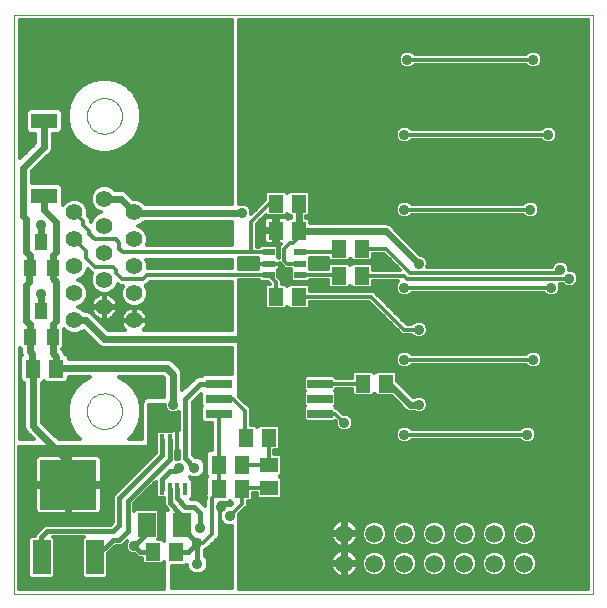
<source format=gbl>
G75*
%MOIN*%
%OFA0B0*%
%FSLAX24Y24*%
%IPPOS*%
%LPD*%
%AMOC8*
5,1,8,0,0,1.08239X$1,22.5*
%
%ADD10C,0.0000*%
%ADD11R,0.0512X0.0591*%
%ADD12R,0.0413X0.0236*%
%ADD13C,0.0554*%
%ADD14C,0.0594*%
%ADD15R,0.0850X0.0300*%
%ADD16R,0.0394X0.0551*%
%ADD17R,0.0850X0.0500*%
%ADD18R,0.0177X0.0394*%
%ADD19R,0.0591X0.0512*%
%ADD20R,0.0630X0.1181*%
%ADD21R,0.1900X0.1650*%
%ADD22R,0.0591X0.0787*%
%ADD23C,0.0120*%
%ADD24C,0.0356*%
%ADD25C,0.0240*%
%ADD26C,0.0160*%
D10*
X004062Y003000D02*
X004062Y022292D01*
X023353Y022292D01*
X023353Y003000D01*
X004062Y003000D01*
X006471Y009079D02*
X006473Y009127D01*
X006479Y009175D01*
X006489Y009222D01*
X006502Y009268D01*
X006520Y009313D01*
X006540Y009357D01*
X006565Y009399D01*
X006593Y009438D01*
X006623Y009475D01*
X006657Y009509D01*
X006694Y009541D01*
X006732Y009570D01*
X006773Y009595D01*
X006816Y009617D01*
X006861Y009635D01*
X006907Y009649D01*
X006954Y009660D01*
X007002Y009667D01*
X007050Y009670D01*
X007098Y009669D01*
X007146Y009664D01*
X007194Y009655D01*
X007240Y009643D01*
X007285Y009626D01*
X007329Y009606D01*
X007371Y009583D01*
X007411Y009556D01*
X007449Y009526D01*
X007484Y009493D01*
X007516Y009457D01*
X007546Y009419D01*
X007572Y009378D01*
X007594Y009335D01*
X007614Y009291D01*
X007629Y009246D01*
X007641Y009199D01*
X007649Y009151D01*
X007653Y009103D01*
X007653Y009055D01*
X007649Y009007D01*
X007641Y008959D01*
X007629Y008912D01*
X007614Y008867D01*
X007594Y008823D01*
X007572Y008780D01*
X007546Y008739D01*
X007516Y008701D01*
X007484Y008665D01*
X007449Y008632D01*
X007411Y008602D01*
X007371Y008575D01*
X007329Y008552D01*
X007285Y008532D01*
X007240Y008515D01*
X007194Y008503D01*
X007146Y008494D01*
X007098Y008489D01*
X007050Y008488D01*
X007002Y008491D01*
X006954Y008498D01*
X006907Y008509D01*
X006861Y008523D01*
X006816Y008541D01*
X006773Y008563D01*
X006732Y008588D01*
X006694Y008617D01*
X006657Y008649D01*
X006623Y008683D01*
X006593Y008720D01*
X006565Y008759D01*
X006540Y008801D01*
X006520Y008845D01*
X006502Y008890D01*
X006489Y008936D01*
X006479Y008983D01*
X006473Y009031D01*
X006471Y009079D01*
X006471Y018921D02*
X006473Y018969D01*
X006479Y019017D01*
X006489Y019064D01*
X006502Y019110D01*
X006520Y019155D01*
X006540Y019199D01*
X006565Y019241D01*
X006593Y019280D01*
X006623Y019317D01*
X006657Y019351D01*
X006694Y019383D01*
X006732Y019412D01*
X006773Y019437D01*
X006816Y019459D01*
X006861Y019477D01*
X006907Y019491D01*
X006954Y019502D01*
X007002Y019509D01*
X007050Y019512D01*
X007098Y019511D01*
X007146Y019506D01*
X007194Y019497D01*
X007240Y019485D01*
X007285Y019468D01*
X007329Y019448D01*
X007371Y019425D01*
X007411Y019398D01*
X007449Y019368D01*
X007484Y019335D01*
X007516Y019299D01*
X007546Y019261D01*
X007572Y019220D01*
X007594Y019177D01*
X007614Y019133D01*
X007629Y019088D01*
X007641Y019041D01*
X007649Y018993D01*
X007653Y018945D01*
X007653Y018897D01*
X007649Y018849D01*
X007641Y018801D01*
X007629Y018754D01*
X007614Y018709D01*
X007594Y018665D01*
X007572Y018622D01*
X007546Y018581D01*
X007516Y018543D01*
X007484Y018507D01*
X007449Y018474D01*
X007411Y018444D01*
X007371Y018417D01*
X007329Y018394D01*
X007285Y018374D01*
X007240Y018357D01*
X007194Y018345D01*
X007146Y018336D01*
X007098Y018331D01*
X007050Y018330D01*
X007002Y018333D01*
X006954Y018340D01*
X006907Y018351D01*
X006861Y018365D01*
X006816Y018383D01*
X006773Y018405D01*
X006732Y018430D01*
X006694Y018459D01*
X006657Y018491D01*
X006623Y018525D01*
X006593Y018562D01*
X006565Y018601D01*
X006540Y018643D01*
X006520Y018687D01*
X006502Y018732D01*
X006489Y018778D01*
X006479Y018825D01*
X006473Y018873D01*
X006471Y018921D01*
D11*
X012788Y016000D03*
X013536Y016000D03*
X013536Y015100D03*
X012788Y015100D03*
X014888Y014500D03*
X015636Y014500D03*
X015636Y013600D03*
X014888Y013600D03*
X013536Y012900D03*
X012788Y012900D03*
X015688Y010000D03*
X016436Y010000D03*
X012536Y008200D03*
X011788Y008200D03*
X011636Y007300D03*
X010888Y007300D03*
X010888Y006500D03*
X011636Y006500D03*
X009436Y004400D03*
X008688Y004400D03*
X005436Y010500D03*
X004688Y010500D03*
D12*
X012530Y013626D03*
X012530Y014000D03*
X012530Y014374D03*
X013593Y014374D03*
X013593Y014000D03*
X013593Y013626D03*
D13*
X008062Y013905D03*
X008062Y014805D03*
X008062Y015705D03*
X007062Y016155D03*
X007062Y015255D03*
X007062Y014355D03*
X007062Y013455D03*
X007062Y012555D03*
X008062Y013005D03*
X008062Y012105D03*
X006062Y012105D03*
X006062Y013005D03*
X006062Y013905D03*
X006062Y014805D03*
X006062Y015705D03*
D14*
X015062Y005000D03*
X015062Y004000D03*
X016062Y004000D03*
X017062Y004000D03*
X018062Y004000D03*
X018062Y005000D03*
X017062Y005000D03*
X016062Y005000D03*
X019062Y005000D03*
X019062Y004000D03*
X020062Y004000D03*
X021062Y004000D03*
X021062Y005000D03*
X020062Y005000D03*
D15*
X014242Y009000D03*
X014242Y009500D03*
X014242Y010000D03*
X010882Y010000D03*
X010882Y009500D03*
X010882Y009000D03*
D16*
X005336Y011567D03*
X004588Y011567D03*
X004962Y012433D03*
X005336Y013867D03*
X004588Y013867D03*
X004962Y014733D03*
D17*
X005062Y016252D03*
X005062Y018748D03*
D18*
X008978Y008107D03*
X009234Y008107D03*
X009490Y008107D03*
X009746Y008107D03*
X009746Y006493D03*
X009490Y006493D03*
X009234Y006493D03*
X008978Y006493D03*
D19*
X012562Y006526D03*
X012562Y007274D03*
D20*
X006760Y004210D03*
X004964Y004210D03*
D21*
X005862Y006625D03*
D22*
X008471Y005300D03*
X009652Y005300D03*
D23*
X009179Y005800D02*
X009062Y005800D01*
X009062Y004747D01*
X009062Y004747D01*
X008993Y004816D01*
X008845Y004816D01*
X008887Y004857D01*
X008887Y005744D01*
X008816Y005814D01*
X008126Y005814D01*
X008062Y005749D01*
X008062Y006017D01*
X008769Y006725D01*
X008769Y006247D01*
X008840Y006176D01*
X009034Y006176D01*
X009034Y005945D01*
X009179Y005800D01*
X009135Y005844D02*
X008062Y005844D01*
X008062Y005963D02*
X009034Y005963D01*
X009034Y006081D02*
X008126Y006081D01*
X008244Y006200D02*
X008816Y006200D01*
X008769Y006318D02*
X008363Y006318D01*
X008481Y006437D02*
X008769Y006437D01*
X008769Y006555D02*
X008600Y006555D01*
X008718Y006674D02*
X008769Y006674D01*
X008227Y007148D02*
X006972Y007148D01*
X006972Y007266D02*
X008345Y007266D01*
X008464Y007385D02*
X006972Y007385D01*
X006972Y007471D02*
X006961Y007512D01*
X006940Y007549D01*
X006910Y007578D01*
X006874Y007600D01*
X006833Y007610D01*
X005922Y007610D01*
X005922Y006685D01*
X006972Y006685D01*
X006972Y007471D01*
X006963Y007503D02*
X008582Y007503D01*
X008701Y007622D02*
X004222Y007622D01*
X004222Y007740D02*
X008778Y007740D01*
X008778Y007699D02*
X007479Y006400D01*
X007362Y006283D01*
X007362Y005383D01*
X007279Y005300D01*
X005079Y005300D01*
X004879Y005100D01*
X004762Y004983D01*
X004762Y004920D01*
X004600Y004920D01*
X004529Y004850D01*
X004529Y003569D01*
X004600Y003499D01*
X005329Y003499D01*
X005399Y003569D01*
X005399Y004850D01*
X005349Y004900D01*
X006375Y004900D01*
X006325Y004850D01*
X006325Y003569D01*
X006395Y003499D01*
X007124Y003499D01*
X007194Y003569D01*
X007194Y004362D01*
X007433Y004600D01*
X007645Y004600D01*
X007806Y004762D01*
X007764Y004660D01*
X007764Y004541D01*
X007809Y004431D01*
X007893Y004348D01*
X008003Y004302D01*
X008077Y004302D01*
X008179Y004200D01*
X008312Y004200D01*
X008312Y004055D01*
X008382Y003985D01*
X008993Y003985D01*
X009062Y004053D01*
X009062Y003160D01*
X004222Y003160D01*
X004222Y007900D01*
X008562Y007900D01*
X008562Y009300D01*
X009064Y009300D01*
X009064Y009241D01*
X009109Y009131D01*
X009193Y009048D01*
X009303Y009002D01*
X009421Y009002D01*
X009531Y009048D01*
X009546Y009063D01*
X009546Y008464D01*
X009490Y008464D01*
X009490Y008107D01*
X009490Y007750D01*
X009546Y007750D01*
X009546Y007498D01*
X009503Y007498D01*
X009434Y007470D01*
X009434Y007555D01*
X009434Y007750D01*
X009490Y007750D01*
X009490Y008107D01*
X009490Y008107D01*
X009490Y008107D01*
X009490Y008464D01*
X009380Y008464D01*
X009340Y008453D01*
X009303Y008432D01*
X009295Y008424D01*
X008840Y008424D01*
X008769Y008354D01*
X008769Y007861D01*
X008778Y007852D01*
X008778Y007699D01*
X008771Y007859D02*
X004222Y007859D01*
X004242Y008140D02*
X004242Y011186D01*
X004288Y011140D01*
X004288Y011015D01*
X004320Y010938D01*
X004252Y010870D01*
X004252Y010130D01*
X004357Y010025D01*
X004388Y010025D01*
X004388Y008515D01*
X004434Y008404D01*
X004518Y008320D01*
X004698Y008140D01*
X004242Y008140D01*
X004242Y008214D02*
X004624Y008214D01*
X004505Y008333D02*
X004242Y008333D01*
X004242Y008451D02*
X004414Y008451D01*
X004388Y008570D02*
X004242Y008570D01*
X004242Y008688D02*
X004388Y008688D01*
X004388Y008807D02*
X004242Y008807D01*
X004242Y008925D02*
X004388Y008925D01*
X004388Y009044D02*
X004242Y009044D01*
X004242Y009162D02*
X004388Y009162D01*
X004388Y009281D02*
X004242Y009281D01*
X004242Y009399D02*
X004388Y009399D01*
X004388Y009518D02*
X004242Y009518D01*
X004242Y009636D02*
X004388Y009636D01*
X004388Y009755D02*
X004242Y009755D01*
X004242Y009873D02*
X004388Y009873D01*
X004388Y009992D02*
X004242Y009992D01*
X004242Y010110D02*
X004272Y010110D01*
X004252Y010229D02*
X004242Y010229D01*
X004242Y010347D02*
X004252Y010347D01*
X004242Y010466D02*
X004252Y010466D01*
X004242Y010584D02*
X004252Y010584D01*
X004242Y010703D02*
X004252Y010703D01*
X004242Y010821D02*
X004252Y010821D01*
X004242Y010940D02*
X004319Y010940D01*
X004288Y011058D02*
X004242Y011058D01*
X004242Y011177D02*
X004251Y011177D01*
X004988Y010025D02*
X005018Y010025D01*
X005062Y010069D01*
X005105Y010025D01*
X005766Y010025D01*
X005872Y010130D01*
X005872Y010226D01*
X006591Y010226D01*
X006587Y010225D01*
X006307Y010063D01*
X006078Y009834D01*
X005916Y009554D01*
X005832Y009241D01*
X005832Y008917D01*
X005916Y008604D01*
X006078Y008324D01*
X006261Y008140D01*
X005546Y008140D01*
X004988Y008699D01*
X004988Y010025D01*
X004988Y009992D02*
X006235Y009992D01*
X006117Y009873D02*
X004988Y009873D01*
X004988Y009755D02*
X006032Y009755D01*
X005963Y009636D02*
X004988Y009636D01*
X004988Y009518D02*
X005906Y009518D01*
X005874Y009399D02*
X004988Y009399D01*
X004988Y009281D02*
X005843Y009281D01*
X005832Y009162D02*
X004988Y009162D01*
X004988Y009044D02*
X005832Y009044D01*
X005832Y008925D02*
X004988Y008925D01*
X004988Y008807D02*
X005861Y008807D01*
X005893Y008688D02*
X004998Y008688D01*
X005117Y008570D02*
X005936Y008570D01*
X006004Y008451D02*
X005235Y008451D01*
X005354Y008333D02*
X006072Y008333D01*
X006187Y008214D02*
X005472Y008214D01*
X005802Y007610D02*
X004891Y007610D01*
X004850Y007600D01*
X004814Y007578D01*
X004784Y007549D01*
X004763Y007512D01*
X004752Y007471D01*
X004752Y006685D01*
X005802Y006685D01*
X005802Y006565D01*
X005922Y006565D01*
X005922Y005640D01*
X006833Y005640D01*
X006874Y005651D01*
X006910Y005672D01*
X006940Y005702D01*
X006961Y005739D01*
X006972Y005779D01*
X006972Y006565D01*
X005922Y006565D01*
X005922Y006685D01*
X005802Y006685D01*
X005802Y007610D01*
X005802Y007503D02*
X005922Y007503D01*
X005922Y007385D02*
X005802Y007385D01*
X005802Y007266D02*
X005922Y007266D01*
X005922Y007148D02*
X005802Y007148D01*
X005802Y007029D02*
X005922Y007029D01*
X005922Y006911D02*
X005802Y006911D01*
X005802Y006792D02*
X005922Y006792D01*
X005965Y006728D02*
X005862Y006625D01*
X005922Y006674D02*
X007753Y006674D01*
X007871Y006792D02*
X006972Y006792D01*
X006972Y006911D02*
X007990Y006911D01*
X008108Y007029D02*
X006972Y007029D01*
X006972Y006555D02*
X007634Y006555D01*
X007516Y006437D02*
X006972Y006437D01*
X006972Y006318D02*
X007397Y006318D01*
X007362Y006200D02*
X006972Y006200D01*
X006972Y006081D02*
X007362Y006081D01*
X007362Y005963D02*
X006972Y005963D01*
X006972Y005844D02*
X007362Y005844D01*
X007362Y005726D02*
X006954Y005726D01*
X007362Y005607D02*
X004222Y005607D01*
X004222Y005489D02*
X007362Y005489D01*
X007349Y005370D02*
X004222Y005370D01*
X004222Y005252D02*
X005031Y005252D01*
X004912Y005133D02*
X004222Y005133D01*
X004222Y005015D02*
X004794Y005015D01*
X004576Y004896D02*
X004222Y004896D01*
X004222Y004778D02*
X004529Y004778D01*
X004529Y004659D02*
X004222Y004659D01*
X004222Y004541D02*
X004529Y004541D01*
X004529Y004422D02*
X004222Y004422D01*
X004222Y004304D02*
X004529Y004304D01*
X004529Y004185D02*
X004222Y004185D01*
X004222Y004067D02*
X004529Y004067D01*
X004529Y003948D02*
X004222Y003948D01*
X004222Y003830D02*
X004529Y003830D01*
X004529Y003711D02*
X004222Y003711D01*
X004222Y003593D02*
X004529Y003593D01*
X004222Y003474D02*
X009062Y003474D01*
X009062Y003356D02*
X004222Y003356D01*
X004222Y003237D02*
X009062Y003237D01*
X009302Y003237D02*
X011322Y003237D01*
X011322Y003180D02*
X009302Y003180D01*
X009302Y003925D01*
X009766Y003925D01*
X009804Y003962D01*
X009804Y003929D01*
X009858Y003797D01*
X009959Y003697D01*
X010091Y003642D01*
X010233Y003642D01*
X010365Y003697D01*
X010465Y003797D01*
X010520Y003929D01*
X010520Y004071D01*
X010465Y004203D01*
X010422Y004247D01*
X010422Y004454D01*
X010442Y004473D01*
X010498Y004497D01*
X010565Y004564D01*
X010865Y004864D01*
X010902Y004952D01*
X010902Y006025D01*
X011218Y006025D01*
X011262Y006069D01*
X011305Y006025D01*
X011322Y006025D01*
X011322Y006000D01*
X011281Y005958D01*
X011191Y005958D01*
X011059Y005904D01*
X010958Y005803D01*
X010904Y005671D01*
X010904Y005529D01*
X010958Y005397D01*
X011059Y005297D01*
X011191Y005242D01*
X011322Y005242D01*
X011322Y003180D01*
X011322Y003356D02*
X009302Y003356D01*
X009302Y003474D02*
X011322Y003474D01*
X011322Y003593D02*
X009302Y003593D01*
X009302Y003711D02*
X009944Y003711D01*
X009845Y003830D02*
X009302Y003830D01*
X009062Y003830D02*
X007194Y003830D01*
X007194Y003948D02*
X009062Y003948D01*
X009062Y004053D02*
X009062Y004053D01*
X009062Y003711D02*
X007194Y003711D01*
X007194Y003593D02*
X009062Y003593D01*
X009790Y003948D02*
X009804Y003948D01*
X010379Y003711D02*
X011322Y003711D01*
X011322Y003830D02*
X010479Y003830D01*
X010520Y003948D02*
X011322Y003948D01*
X011322Y004067D02*
X010520Y004067D01*
X010473Y004185D02*
X011322Y004185D01*
X011322Y004304D02*
X010422Y004304D01*
X010422Y004422D02*
X011322Y004422D01*
X011322Y004541D02*
X010542Y004541D01*
X010660Y004659D02*
X011322Y004659D01*
X011322Y004778D02*
X010779Y004778D01*
X010879Y004896D02*
X011322Y004896D01*
X011322Y005015D02*
X010902Y005015D01*
X010902Y005133D02*
X011322Y005133D01*
X011167Y005252D02*
X010902Y005252D01*
X010902Y005370D02*
X010985Y005370D01*
X010920Y005489D02*
X010902Y005489D01*
X010902Y005607D02*
X010904Y005607D01*
X010902Y005726D02*
X010926Y005726D01*
X010902Y005844D02*
X010999Y005844D01*
X010902Y005963D02*
X011285Y005963D01*
X011262Y005600D02*
X011662Y006000D01*
X011662Y006474D01*
X011636Y006500D01*
X011662Y006526D01*
X012562Y006526D01*
X012909Y006900D02*
X012977Y006969D01*
X012977Y007580D01*
X012907Y007650D01*
X012716Y007650D01*
X012716Y007785D01*
X012842Y007785D01*
X012912Y007855D01*
X012912Y008545D01*
X012842Y008616D01*
X012230Y008616D01*
X012162Y008547D01*
X012093Y008616D01*
X011942Y008616D01*
X011942Y009175D01*
X011836Y009280D01*
X011562Y009555D01*
X011562Y013446D01*
X012216Y013446D01*
X012274Y013388D01*
X012514Y013388D01*
X012587Y013316D01*
X012482Y013316D01*
X012412Y013245D01*
X012412Y012555D01*
X012482Y012485D01*
X013093Y012485D01*
X013162Y012553D01*
X013230Y012485D01*
X013842Y012485D01*
X013912Y012555D01*
X013912Y012720D01*
X015887Y012720D01*
X016882Y011726D01*
X016987Y011620D01*
X017294Y011620D01*
X017367Y011548D01*
X017477Y011502D01*
X017595Y011502D01*
X017705Y011548D01*
X017789Y011631D01*
X017834Y011741D01*
X017834Y011860D01*
X017789Y011969D01*
X017705Y012053D01*
X017595Y012098D01*
X017477Y012098D01*
X017367Y012053D01*
X017294Y011980D01*
X017136Y011980D01*
X016036Y013080D01*
X013912Y013080D01*
X013912Y013245D01*
X013842Y013316D01*
X013230Y013316D01*
X013162Y013247D01*
X013093Y013316D01*
X012968Y013316D01*
X012968Y013443D01*
X012857Y013554D01*
X012857Y013776D01*
X012865Y013784D01*
X012886Y013820D01*
X012897Y013861D01*
X012897Y014000D01*
X012530Y014000D01*
X012164Y014000D01*
X012164Y013861D01*
X012175Y013820D01*
X012183Y013806D01*
X011562Y013806D01*
X011562Y014194D01*
X012183Y014194D01*
X012175Y014180D01*
X012164Y014139D01*
X011562Y014139D01*
X011562Y014021D02*
X012164Y014021D01*
X012164Y014000D02*
X012530Y014000D01*
X012530Y014000D01*
X012530Y014000D01*
X012897Y014000D01*
X012897Y014010D01*
X012987Y013920D01*
X012987Y013920D01*
X013087Y013820D01*
X013279Y013820D01*
X013286Y013813D01*
X013267Y013794D01*
X013267Y013458D01*
X013337Y013388D01*
X013850Y013388D01*
X013908Y013446D01*
X014512Y013446D01*
X014512Y013255D01*
X014582Y013185D01*
X015193Y013185D01*
X015262Y013253D01*
X015330Y013185D01*
X015942Y013185D01*
X016012Y013255D01*
X016012Y013420D01*
X016860Y013420D01*
X016809Y013369D01*
X016764Y013260D01*
X016764Y013141D01*
X016809Y013031D01*
X016893Y012948D01*
X017003Y012902D01*
X017121Y012902D01*
X017231Y012948D01*
X017303Y013020D01*
X021720Y013020D01*
X021793Y012948D01*
X021903Y012902D01*
X022021Y012902D01*
X022131Y012948D01*
X022215Y013031D01*
X022260Y013141D01*
X022260Y013260D01*
X022235Y013320D01*
X022320Y013320D01*
X022393Y013248D01*
X022503Y013202D01*
X022621Y013202D01*
X022731Y013248D01*
X022815Y013331D01*
X022860Y013441D01*
X022860Y013560D01*
X022815Y013669D01*
X022731Y013753D01*
X022621Y013798D01*
X022560Y013798D01*
X022560Y013860D01*
X022515Y013969D01*
X022431Y014053D01*
X022321Y014098D01*
X022203Y014098D01*
X022093Y014053D01*
X022009Y013969D01*
X021972Y013880D01*
X017809Y013880D01*
X017834Y013941D01*
X017834Y014060D01*
X017789Y014169D01*
X017705Y014253D01*
X017595Y014298D01*
X017577Y014298D01*
X016572Y015304D01*
X016484Y015340D01*
X013912Y015340D01*
X013912Y015445D01*
X013842Y015516D01*
X013776Y015516D01*
X013776Y015585D01*
X013842Y015585D01*
X013912Y015655D01*
X013912Y016345D01*
X013842Y016416D01*
X013230Y016416D01*
X013162Y016347D01*
X013093Y016416D01*
X012482Y016416D01*
X012412Y016345D01*
X012412Y016105D01*
X011960Y015653D01*
X011960Y015760D01*
X011915Y015869D01*
X011831Y015953D01*
X011721Y015998D01*
X011603Y015998D01*
X011562Y015981D01*
X011562Y022132D01*
X023193Y022132D01*
X023193Y003160D01*
X011562Y003160D01*
X011562Y005646D01*
X011736Y005820D01*
X011842Y005926D01*
X011842Y006085D01*
X011942Y006085D01*
X012012Y006155D01*
X012012Y006346D01*
X012147Y006346D01*
X012147Y006221D01*
X012217Y006150D01*
X012907Y006150D01*
X012977Y006221D01*
X012977Y006832D01*
X012909Y006900D01*
X012919Y006911D02*
X023193Y006911D01*
X023193Y007029D02*
X012977Y007029D01*
X012977Y007148D02*
X023193Y007148D01*
X023193Y007266D02*
X012977Y007266D01*
X012977Y007385D02*
X023193Y007385D01*
X023193Y007503D02*
X012977Y007503D01*
X012935Y007622D02*
X023193Y007622D01*
X023193Y007740D02*
X012716Y007740D01*
X012912Y007859D02*
X023193Y007859D01*
X023193Y007977D02*
X012912Y007977D01*
X012912Y008096D02*
X016845Y008096D01*
X016809Y008131D02*
X016893Y008048D01*
X017003Y008002D01*
X017121Y008002D01*
X017231Y008048D01*
X017303Y008120D01*
X020920Y008120D01*
X020993Y008048D01*
X021103Y008002D01*
X021221Y008002D01*
X021331Y008048D01*
X021415Y008131D01*
X021460Y008241D01*
X021460Y008360D01*
X021415Y008469D01*
X021331Y008553D01*
X021221Y008598D01*
X021103Y008598D01*
X020993Y008553D01*
X020920Y008480D01*
X017303Y008480D01*
X017231Y008553D01*
X017121Y008598D01*
X017003Y008598D01*
X016893Y008553D01*
X016809Y008469D01*
X016764Y008360D01*
X016764Y008241D01*
X016809Y008131D01*
X016775Y008214D02*
X012912Y008214D01*
X012912Y008333D02*
X016764Y008333D01*
X016802Y008451D02*
X015234Y008451D01*
X015231Y008448D02*
X015315Y008531D01*
X015360Y008641D01*
X015360Y008760D01*
X015315Y008869D01*
X015231Y008953D01*
X015121Y008998D01*
X015018Y008998D01*
X014836Y009180D01*
X014787Y009180D01*
X014787Y009200D01*
X014737Y009250D01*
X014787Y009301D01*
X014787Y009700D01*
X014737Y009750D01*
X014787Y009801D01*
X014787Y009820D01*
X015312Y009820D01*
X015312Y009655D01*
X015382Y009585D01*
X015993Y009585D01*
X016062Y009653D01*
X016130Y009585D01*
X016638Y009585D01*
X017058Y009164D01*
X017126Y009097D01*
X017214Y009060D01*
X017354Y009060D01*
X017367Y009048D01*
X017477Y009002D01*
X017595Y009002D01*
X017705Y009048D01*
X017789Y009131D01*
X017834Y009241D01*
X017834Y009360D01*
X017789Y009469D01*
X017705Y009553D01*
X017595Y009598D01*
X017477Y009598D01*
X017367Y009553D01*
X017358Y009544D01*
X016812Y010090D01*
X016812Y010345D01*
X016742Y010416D01*
X016130Y010416D01*
X016062Y010347D01*
X015993Y010416D01*
X015382Y010416D01*
X015312Y010345D01*
X015312Y010180D01*
X014787Y010180D01*
X014787Y010200D01*
X014717Y010270D01*
X013767Y010270D01*
X013697Y010200D01*
X013697Y009801D01*
X013747Y009750D01*
X013697Y009700D01*
X013697Y009301D01*
X013747Y009250D01*
X013697Y009200D01*
X013697Y008801D01*
X013767Y008730D01*
X014717Y008730D01*
X014747Y008761D01*
X014764Y008744D01*
X014764Y008641D01*
X014809Y008531D01*
X014893Y008448D01*
X015003Y008402D01*
X015121Y008402D01*
X015231Y008448D01*
X015331Y008570D02*
X016934Y008570D01*
X017062Y008300D02*
X021162Y008300D01*
X021379Y008096D02*
X023193Y008096D01*
X023193Y008214D02*
X021449Y008214D01*
X021460Y008333D02*
X023193Y008333D01*
X023193Y008451D02*
X021422Y008451D01*
X021290Y008570D02*
X023193Y008570D01*
X023193Y008688D02*
X015360Y008688D01*
X015340Y008807D02*
X023193Y008807D01*
X023193Y008925D02*
X015258Y008925D01*
X015062Y008700D02*
X014762Y009000D01*
X014242Y009000D01*
X013697Y009044D02*
X011942Y009044D01*
X011942Y009162D02*
X013697Y009162D01*
X013717Y009281D02*
X011836Y009281D01*
X011717Y009399D02*
X013697Y009399D01*
X013697Y009518D02*
X011599Y009518D01*
X011562Y009636D02*
X013697Y009636D01*
X013743Y009755D02*
X011562Y009755D01*
X011562Y009873D02*
X013697Y009873D01*
X013697Y009992D02*
X011562Y009992D01*
X011562Y010110D02*
X013697Y010110D01*
X013726Y010229D02*
X011562Y010229D01*
X011562Y010347D02*
X015314Y010347D01*
X015312Y010229D02*
X014758Y010229D01*
X014741Y009755D02*
X015312Y009755D01*
X015331Y009636D02*
X014787Y009636D01*
X014787Y009518D02*
X016705Y009518D01*
X016823Y009399D02*
X014787Y009399D01*
X014767Y009281D02*
X016942Y009281D01*
X017060Y009162D02*
X014854Y009162D01*
X014973Y009044D02*
X017376Y009044D01*
X017696Y009044D02*
X023193Y009044D01*
X023193Y009162D02*
X017801Y009162D01*
X017834Y009281D02*
X023193Y009281D01*
X023193Y009399D02*
X017818Y009399D01*
X017740Y009518D02*
X023193Y009518D01*
X023193Y009636D02*
X017265Y009636D01*
X017147Y009755D02*
X023193Y009755D01*
X023193Y009873D02*
X017028Y009873D01*
X016910Y009992D02*
X023193Y009992D01*
X023193Y010110D02*
X016812Y010110D01*
X016812Y010229D02*
X023193Y010229D01*
X023193Y010347D02*
X016810Y010347D01*
X016893Y010548D02*
X017003Y010502D01*
X017121Y010502D01*
X017231Y010548D01*
X017303Y010620D01*
X021120Y010620D01*
X021193Y010548D01*
X021303Y010502D01*
X021421Y010502D01*
X021531Y010548D01*
X021615Y010631D01*
X021660Y010741D01*
X021660Y010860D01*
X021615Y010969D01*
X021531Y011053D01*
X021421Y011098D01*
X021303Y011098D01*
X021193Y011053D01*
X021120Y010980D01*
X017303Y010980D01*
X017231Y011053D01*
X017121Y011098D01*
X017003Y011098D01*
X016893Y011053D01*
X016809Y010969D01*
X016764Y010860D01*
X016764Y010741D01*
X016809Y010631D01*
X016893Y010548D01*
X016856Y010584D02*
X011562Y010584D01*
X011562Y010466D02*
X023193Y010466D01*
X023193Y010584D02*
X021567Y010584D01*
X021644Y010703D02*
X023193Y010703D01*
X023193Y010821D02*
X021660Y010821D01*
X021627Y010940D02*
X023193Y010940D01*
X023193Y011058D02*
X021518Y011058D01*
X021362Y010800D02*
X017062Y010800D01*
X017267Y010584D02*
X021156Y010584D01*
X021206Y011058D02*
X017218Y011058D01*
X016906Y011058D02*
X011562Y011058D01*
X011562Y010940D02*
X016797Y010940D01*
X016764Y010821D02*
X011562Y010821D01*
X011562Y010703D02*
X016780Y010703D01*
X016062Y010347D02*
X016062Y010347D01*
X015688Y010000D02*
X014242Y010000D01*
X013697Y008925D02*
X011942Y008925D01*
X011942Y008807D02*
X013697Y008807D01*
X012887Y008570D02*
X014793Y008570D01*
X014764Y008688D02*
X011942Y008688D01*
X012139Y008570D02*
X012185Y008570D01*
X011788Y008200D02*
X011762Y008226D01*
X011762Y009100D01*
X011362Y009500D01*
X010882Y009500D01*
X010882Y009000D02*
X010888Y008994D01*
X010888Y007300D01*
X010888Y006500D01*
X010762Y006374D01*
X010762Y006300D01*
X010662Y006200D01*
X010662Y005000D01*
X010362Y004700D01*
X010162Y004700D01*
X010422Y005908D02*
X010209Y006121D01*
X010114Y006160D01*
X009953Y006160D01*
X010014Y006222D01*
X010014Y006765D01*
X009909Y006870D01*
X009902Y006870D01*
X009902Y006879D01*
X009991Y006842D01*
X010133Y006842D01*
X010265Y006897D01*
X010365Y006997D01*
X010420Y007129D01*
X010420Y007271D01*
X010365Y007403D01*
X010265Y007504D01*
X010133Y007558D01*
X010071Y007558D01*
X010006Y007624D01*
X010006Y007827D01*
X010014Y007836D01*
X010014Y008379D01*
X010006Y008387D01*
X010006Y009376D01*
X010277Y009648D01*
X010277Y009276D01*
X010302Y009250D01*
X010277Y009225D01*
X010277Y008776D01*
X010382Y008670D01*
X010648Y008670D01*
X010648Y007776D01*
X010557Y007776D01*
X010452Y007670D01*
X010452Y006930D01*
X010482Y006900D01*
X010452Y006870D01*
X010452Y006321D01*
X010422Y006248D01*
X010422Y005908D01*
X010422Y005963D02*
X010367Y005963D01*
X010422Y006081D02*
X010249Y006081D01*
X010422Y006200D02*
X009992Y006200D01*
X010014Y006318D02*
X010451Y006318D01*
X010452Y006437D02*
X010014Y006437D01*
X010014Y006555D02*
X010452Y006555D01*
X010452Y006674D02*
X010014Y006674D01*
X009987Y006792D02*
X010452Y006792D01*
X010472Y006911D02*
X010279Y006911D01*
X010379Y007029D02*
X010452Y007029D01*
X010452Y007148D02*
X010420Y007148D01*
X010420Y007266D02*
X010452Y007266D01*
X010452Y007385D02*
X010373Y007385D01*
X010452Y007503D02*
X010265Y007503D01*
X010452Y007622D02*
X010008Y007622D01*
X010006Y007740D02*
X010522Y007740D01*
X010648Y007859D02*
X010014Y007859D01*
X010014Y007977D02*
X010648Y007977D01*
X010648Y008096D02*
X010014Y008096D01*
X010014Y008214D02*
X010648Y008214D01*
X010648Y008333D02*
X010014Y008333D01*
X010006Y008451D02*
X010648Y008451D01*
X010648Y008570D02*
X010006Y008570D01*
X010006Y008688D02*
X010364Y008688D01*
X010277Y008807D02*
X010006Y008807D01*
X010006Y008925D02*
X010277Y008925D01*
X010277Y009044D02*
X010006Y009044D01*
X010006Y009162D02*
X010277Y009162D01*
X010277Y009281D02*
X010006Y009281D01*
X010029Y009399D02*
X010277Y009399D01*
X010277Y009518D02*
X010147Y009518D01*
X010266Y009636D02*
X010277Y009636D01*
X009886Y009992D02*
X009662Y009992D01*
X009662Y010110D02*
X010004Y010110D01*
X010115Y010221D02*
X009662Y009768D01*
X009662Y010360D01*
X009616Y010470D01*
X009532Y010555D01*
X009306Y010781D01*
X009196Y010826D01*
X005872Y010826D01*
X005872Y010870D01*
X005766Y010976D01*
X005755Y010976D01*
X005716Y011070D01*
X005641Y011145D01*
X005713Y011217D01*
X005713Y011807D01*
X005803Y011717D01*
X005971Y011647D01*
X006153Y011647D01*
X006321Y011717D01*
X006371Y011767D01*
X006808Y011330D01*
X006892Y011246D01*
X007002Y011200D01*
X011322Y011200D01*
X011322Y010330D01*
X010382Y010330D01*
X010312Y010260D01*
X010210Y010260D01*
X010115Y010221D01*
X010134Y010229D02*
X009662Y010229D01*
X009662Y010347D02*
X011322Y010347D01*
X011322Y010466D02*
X009618Y010466D01*
X009502Y010584D02*
X011322Y010584D01*
X011322Y010703D02*
X009384Y010703D01*
X009208Y010821D02*
X011322Y010821D01*
X011322Y010940D02*
X005802Y010940D01*
X005721Y011058D02*
X011322Y011058D01*
X011322Y011177D02*
X005672Y011177D01*
X005713Y011295D02*
X006843Y011295D01*
X006724Y011414D02*
X005713Y011414D01*
X005713Y011532D02*
X006606Y011532D01*
X006487Y011651D02*
X006161Y011651D01*
X005963Y011651D02*
X005713Y011651D01*
X005713Y011769D02*
X005751Y011769D01*
X006170Y012555D02*
X006321Y012617D01*
X006449Y012746D01*
X006519Y012914D01*
X006519Y013096D01*
X006449Y013264D01*
X006321Y013392D01*
X006170Y013455D01*
X006321Y013517D01*
X006449Y013646D01*
X006516Y013807D01*
X006626Y013697D01*
X006661Y013682D01*
X006605Y013546D01*
X006605Y013364D01*
X006674Y013196D01*
X006803Y013067D01*
X006971Y012997D01*
X007153Y012997D01*
X007321Y013067D01*
X007449Y013196D01*
X007501Y013321D01*
X007526Y013297D01*
X007614Y013260D01*
X007673Y013260D01*
X007605Y013096D01*
X007605Y012914D01*
X007674Y012746D01*
X007803Y012617D01*
X007971Y012547D01*
X008153Y012547D01*
X008321Y012617D01*
X008449Y012746D01*
X008519Y012914D01*
X008519Y013096D01*
X008449Y013264D01*
X008440Y013273D01*
X008498Y013297D01*
X008565Y013364D01*
X008587Y013386D01*
X011322Y013386D01*
X011322Y011800D01*
X008376Y011800D01*
X008395Y011820D01*
X008436Y011875D01*
X008467Y011937D01*
X008488Y012002D01*
X008499Y012070D01*
X008499Y012076D01*
X008090Y012076D01*
X008090Y012133D01*
X008033Y012133D01*
X008033Y012076D01*
X007625Y012076D01*
X007625Y012070D01*
X007635Y012002D01*
X007657Y011937D01*
X007688Y011875D01*
X007728Y011820D01*
X007748Y011800D01*
X007186Y011800D01*
X006627Y012359D01*
X006517Y012405D01*
X006408Y012405D01*
X006321Y012492D01*
X006170Y012555D01*
X006277Y012599D02*
X006626Y012599D01*
X006625Y012589D02*
X006625Y012583D01*
X007033Y012583D01*
X007033Y012526D01*
X006625Y012526D01*
X006625Y012520D01*
X006635Y012452D01*
X006657Y012387D01*
X006688Y012325D01*
X006728Y012270D01*
X006777Y012221D01*
X006833Y012181D01*
X006894Y012149D01*
X006960Y012128D01*
X007027Y012117D01*
X007033Y012117D01*
X007033Y012526D01*
X007090Y012526D01*
X007090Y012117D01*
X007096Y012117D01*
X007164Y012128D01*
X007230Y012149D01*
X007291Y012181D01*
X007347Y012221D01*
X007395Y012270D01*
X007436Y012325D01*
X007467Y012387D01*
X007488Y012452D01*
X007499Y012520D01*
X007499Y012526D01*
X007090Y012526D01*
X007090Y012583D01*
X007033Y012583D01*
X007033Y012992D01*
X007027Y012992D01*
X006960Y012981D01*
X006894Y012960D01*
X006833Y012928D01*
X006777Y012888D01*
X006728Y012839D01*
X006688Y012784D01*
X006657Y012722D01*
X006635Y012657D01*
X006625Y012589D01*
X006631Y012480D02*
X006333Y012480D01*
X006421Y012717D02*
X006655Y012717D01*
X006726Y012836D02*
X006487Y012836D01*
X006519Y012954D02*
X006883Y012954D01*
X006797Y013073D02*
X006519Y013073D01*
X006479Y013191D02*
X006679Y013191D01*
X006627Y013310D02*
X006403Y013310D01*
X006234Y013428D02*
X006605Y013428D01*
X006605Y013547D02*
X006351Y013547D01*
X006458Y013665D02*
X006654Y013665D01*
X006539Y013784D02*
X006507Y013784D01*
X006762Y013900D02*
X006462Y014200D01*
X006462Y014405D01*
X006062Y014805D01*
X006562Y015000D02*
X006562Y015100D01*
X006362Y015300D01*
X006362Y015405D01*
X006062Y015705D01*
X005746Y016035D02*
X005667Y016035D01*
X005674Y015964D02*
X005667Y015946D01*
X005667Y016577D01*
X005562Y016682D01*
X004662Y016682D01*
X004662Y017076D01*
X005232Y017646D01*
X005316Y017730D01*
X005362Y017841D01*
X005362Y018318D01*
X005562Y018318D01*
X005667Y018424D01*
X005667Y019073D01*
X005562Y019178D01*
X004562Y019178D01*
X004457Y019073D01*
X004457Y018424D01*
X004562Y018318D01*
X004762Y018318D01*
X004762Y018025D01*
X004242Y017504D01*
X004242Y022112D01*
X011322Y022112D01*
X011322Y016000D01*
X008413Y016000D01*
X008321Y016092D01*
X008153Y016162D01*
X008025Y016162D01*
X007777Y016409D01*
X007667Y016455D01*
X007408Y016455D01*
X007321Y016542D01*
X007153Y016612D01*
X006971Y016612D01*
X006803Y016542D01*
X006674Y016414D01*
X006605Y016246D01*
X006605Y016064D01*
X006674Y015896D01*
X006803Y015767D01*
X006954Y015705D01*
X006803Y015642D01*
X006674Y015514D01*
X006620Y015382D01*
X006602Y015400D01*
X006602Y015452D01*
X006565Y015541D01*
X006511Y015595D01*
X006519Y015614D01*
X006519Y015796D01*
X006449Y015964D01*
X006321Y016092D01*
X006153Y016162D01*
X005971Y016162D01*
X005803Y016092D01*
X005674Y015964D01*
X005667Y016154D02*
X005952Y016154D01*
X006172Y016154D02*
X006605Y016154D01*
X006616Y016272D02*
X005667Y016272D01*
X005667Y016391D02*
X006665Y016391D01*
X006770Y016509D02*
X005667Y016509D01*
X005616Y016628D02*
X011322Y016628D01*
X011322Y016746D02*
X004662Y016746D01*
X004662Y016865D02*
X011322Y016865D01*
X011322Y016983D02*
X004662Y016983D01*
X004688Y017102D02*
X011322Y017102D01*
X011322Y017220D02*
X004806Y017220D01*
X004925Y017339D02*
X011322Y017339D01*
X011322Y017457D02*
X005043Y017457D01*
X005162Y017576D02*
X011322Y017576D01*
X011322Y017694D02*
X007234Y017694D01*
X007224Y017691D02*
X007537Y017775D01*
X007817Y017937D01*
X008046Y018166D01*
X008208Y018447D01*
X008292Y018760D01*
X008292Y019083D01*
X008208Y019396D01*
X008046Y019677D01*
X007817Y019906D01*
X007537Y020068D01*
X007224Y020151D01*
X006900Y020151D01*
X006587Y020068D01*
X006307Y019906D01*
X006078Y019677D01*
X005916Y019396D01*
X005832Y019083D01*
X005832Y018760D01*
X005916Y018447D01*
X006078Y018166D01*
X006307Y017937D01*
X006587Y017775D01*
X006900Y017691D01*
X007224Y017691D01*
X006890Y017694D02*
X005280Y017694D01*
X005350Y017813D02*
X006522Y017813D01*
X006317Y017931D02*
X005362Y017931D01*
X005362Y018050D02*
X006194Y018050D01*
X006076Y018168D02*
X005362Y018168D01*
X005362Y018287D02*
X006008Y018287D01*
X005940Y018405D02*
X005649Y018405D01*
X005667Y018524D02*
X005895Y018524D01*
X005863Y018642D02*
X005667Y018642D01*
X005667Y018761D02*
X005832Y018761D01*
X005832Y018879D02*
X005667Y018879D01*
X005667Y018998D02*
X005832Y018998D01*
X005841Y019116D02*
X005624Y019116D01*
X005872Y019235D02*
X004242Y019235D01*
X004242Y019353D02*
X005904Y019353D01*
X005959Y019472D02*
X004242Y019472D01*
X004242Y019590D02*
X006028Y019590D01*
X006110Y019709D02*
X004242Y019709D01*
X004242Y019827D02*
X006228Y019827D01*
X006376Y019946D02*
X004242Y019946D01*
X004242Y020064D02*
X006581Y020064D01*
X007543Y020064D02*
X011322Y020064D01*
X011322Y019946D02*
X007748Y019946D01*
X007896Y019827D02*
X011322Y019827D01*
X011322Y019709D02*
X008014Y019709D01*
X008096Y019590D02*
X011322Y019590D01*
X011322Y019472D02*
X008164Y019472D01*
X008220Y019353D02*
X011322Y019353D01*
X011322Y019235D02*
X008251Y019235D01*
X008283Y019116D02*
X011322Y019116D01*
X011322Y018998D02*
X008292Y018998D01*
X008292Y018879D02*
X011322Y018879D01*
X011322Y018761D02*
X008292Y018761D01*
X008260Y018642D02*
X011322Y018642D01*
X011322Y018524D02*
X008229Y018524D01*
X008184Y018405D02*
X011322Y018405D01*
X011322Y018287D02*
X008116Y018287D01*
X008047Y018168D02*
X011322Y018168D01*
X011322Y018050D02*
X007930Y018050D01*
X007807Y017931D02*
X011322Y017931D01*
X011322Y017813D02*
X007602Y017813D01*
X007354Y016509D02*
X011322Y016509D01*
X011322Y016391D02*
X007796Y016391D01*
X007914Y016272D02*
X011322Y016272D01*
X011322Y016154D02*
X008172Y016154D01*
X008378Y016035D02*
X011322Y016035D01*
X011562Y016035D02*
X012342Y016035D01*
X012412Y016154D02*
X011562Y016154D01*
X011562Y016272D02*
X012412Y016272D01*
X012458Y016391D02*
X011562Y016391D01*
X011562Y016509D02*
X023193Y016509D01*
X023193Y016391D02*
X013866Y016391D01*
X013912Y016272D02*
X023193Y016272D01*
X023193Y016154D02*
X013912Y016154D01*
X013912Y016035D02*
X016875Y016035D01*
X016893Y016053D02*
X016809Y015969D01*
X016764Y015860D01*
X016764Y015741D01*
X016809Y015631D01*
X016893Y015548D01*
X017003Y015502D01*
X017121Y015502D01*
X017231Y015548D01*
X017303Y015620D01*
X021020Y015620D01*
X021093Y015548D01*
X021203Y015502D01*
X021321Y015502D01*
X021431Y015548D01*
X021515Y015631D01*
X021560Y015741D01*
X021560Y015860D01*
X021515Y015969D01*
X021431Y016053D01*
X021321Y016098D01*
X021203Y016098D01*
X021093Y016053D01*
X021020Y015980D01*
X017303Y015980D01*
X017231Y016053D01*
X017121Y016098D01*
X017003Y016098D01*
X016893Y016053D01*
X016787Y015917D02*
X013912Y015917D01*
X013912Y015798D02*
X016764Y015798D01*
X016789Y015680D02*
X013912Y015680D01*
X013776Y015561D02*
X016879Y015561D01*
X017062Y015800D02*
X021262Y015800D01*
X021535Y015680D02*
X023193Y015680D01*
X023193Y015798D02*
X021560Y015798D01*
X021536Y015917D02*
X023193Y015917D01*
X023193Y016035D02*
X021448Y016035D01*
X021075Y016035D02*
X017248Y016035D01*
X017245Y015561D02*
X021079Y015561D01*
X021445Y015561D02*
X023193Y015561D01*
X023193Y015443D02*
X013912Y015443D01*
X013536Y015100D02*
X013536Y014874D01*
X013362Y014700D01*
X013262Y014700D01*
X013062Y014500D01*
X013062Y014100D01*
X013162Y014000D01*
X013593Y014000D01*
X013593Y013626D02*
X014862Y013626D01*
X014888Y013600D01*
X015262Y013947D02*
X015193Y014016D01*
X014582Y014016D01*
X014512Y013945D01*
X014512Y013806D01*
X013908Y013806D01*
X013901Y013813D01*
X013920Y013832D01*
X013920Y014168D01*
X013901Y014187D01*
X013908Y014194D01*
X014512Y014194D01*
X014512Y014155D01*
X014582Y014085D01*
X015193Y014085D01*
X015262Y014153D01*
X015330Y014085D01*
X015942Y014085D01*
X016012Y014155D01*
X016012Y014320D01*
X016387Y014320D01*
X016927Y013780D01*
X016012Y013780D01*
X016012Y013945D01*
X015942Y014016D01*
X015330Y014016D01*
X015262Y013947D01*
X015248Y014139D02*
X015276Y014139D01*
X014888Y014500D02*
X014762Y014374D01*
X013593Y014374D01*
X013920Y014139D02*
X014528Y014139D01*
X014512Y013902D02*
X013920Y013902D01*
X013920Y014021D02*
X016687Y014021D01*
X016568Y014139D02*
X015996Y014139D01*
X016012Y014258D02*
X016450Y014258D01*
X016462Y014500D02*
X017262Y013700D01*
X022162Y013700D01*
X022262Y013800D01*
X022542Y013902D02*
X023193Y013902D01*
X023193Y013784D02*
X022656Y013784D01*
X022816Y013665D02*
X023193Y013665D01*
X023193Y013547D02*
X022860Y013547D01*
X022855Y013428D02*
X023193Y013428D01*
X023193Y013310D02*
X022793Y013310D01*
X022562Y013500D02*
X017162Y013500D01*
X017062Y013600D01*
X015636Y013600D01*
X016012Y013784D02*
X016924Y013784D01*
X016805Y013902D02*
X016012Y013902D01*
X015636Y014500D02*
X016462Y014500D01*
X016907Y014969D02*
X023193Y014969D01*
X023193Y015087D02*
X016788Y015087D01*
X016670Y015206D02*
X023193Y015206D01*
X023193Y015324D02*
X016522Y015324D01*
X017025Y014850D02*
X023193Y014850D01*
X023193Y014732D02*
X017144Y014732D01*
X017262Y014613D02*
X023193Y014613D01*
X023193Y014495D02*
X017381Y014495D01*
X017499Y014376D02*
X023193Y014376D01*
X023193Y014258D02*
X017693Y014258D01*
X017801Y014139D02*
X023193Y014139D01*
X023193Y014021D02*
X022463Y014021D01*
X022061Y014021D02*
X017834Y014021D01*
X017818Y013902D02*
X021981Y013902D01*
X022239Y013310D02*
X022331Y013310D01*
X022260Y013191D02*
X023193Y013191D01*
X023193Y013073D02*
X022232Y013073D01*
X022138Y012954D02*
X023193Y012954D01*
X023193Y012836D02*
X016281Y012836D01*
X016162Y012954D02*
X016886Y012954D01*
X016792Y013073D02*
X016044Y013073D01*
X015948Y013191D02*
X016764Y013191D01*
X016785Y013310D02*
X016012Y013310D01*
X015962Y012900D02*
X017062Y011800D01*
X017536Y011800D01*
X017751Y012006D02*
X023193Y012006D01*
X023193Y011888D02*
X017822Y011888D01*
X017834Y011769D02*
X023193Y011769D01*
X023193Y011651D02*
X017797Y011651D01*
X017668Y011532D02*
X023193Y011532D01*
X023193Y011414D02*
X011562Y011414D01*
X011562Y011532D02*
X017404Y011532D01*
X016957Y011651D02*
X011562Y011651D01*
X011562Y011769D02*
X016838Y011769D01*
X016720Y011888D02*
X011562Y011888D01*
X011562Y012006D02*
X016601Y012006D01*
X016483Y012125D02*
X011562Y012125D01*
X011562Y012243D02*
X016364Y012243D01*
X016246Y012362D02*
X011562Y012362D01*
X011562Y012480D02*
X016127Y012480D01*
X016009Y012599D02*
X013912Y012599D01*
X013912Y012717D02*
X015890Y012717D01*
X015962Y012900D02*
X013536Y012900D01*
X013847Y013310D02*
X014512Y013310D01*
X014512Y013428D02*
X013890Y013428D01*
X013912Y013191D02*
X014576Y013191D01*
X015200Y013191D02*
X015324Y013191D01*
X016399Y012717D02*
X023193Y012717D01*
X023193Y012599D02*
X016518Y012599D01*
X016636Y012480D02*
X023193Y012480D01*
X023193Y012362D02*
X016755Y012362D01*
X016873Y012243D02*
X023193Y012243D01*
X023193Y012125D02*
X016992Y012125D01*
X017110Y012006D02*
X017320Y012006D01*
X017238Y012954D02*
X021786Y012954D01*
X021962Y013200D02*
X017062Y013200D01*
X016079Y009636D02*
X016045Y009636D01*
X017190Y008570D02*
X021034Y008570D01*
X020945Y008096D02*
X017279Y008096D01*
X014889Y008451D02*
X012912Y008451D01*
X012536Y008200D02*
X012536Y007300D01*
X012562Y007274D01*
X011662Y007274D01*
X011636Y007300D01*
X012012Y006318D02*
X012147Y006318D01*
X012167Y006200D02*
X012012Y006200D01*
X011842Y006081D02*
X023193Y006081D01*
X023193Y005963D02*
X011842Y005963D01*
X011760Y005844D02*
X023193Y005844D01*
X023193Y005726D02*
X011642Y005726D01*
X011562Y005607D02*
X023193Y005607D01*
X023193Y005489D02*
X011562Y005489D01*
X011562Y005370D02*
X014794Y005370D01*
X014822Y005391D02*
X014764Y005349D01*
X014713Y005298D01*
X014671Y005240D01*
X014639Y005176D01*
X014616Y005107D01*
X014605Y005039D01*
X015023Y005039D01*
X015023Y004962D01*
X014605Y004962D01*
X014616Y004893D01*
X014639Y004825D01*
X014671Y004761D01*
X014713Y004703D01*
X014764Y004652D01*
X014822Y004610D01*
X014887Y004577D01*
X014955Y004555D01*
X015023Y004544D01*
X015023Y004962D01*
X015100Y004962D01*
X015100Y004544D01*
X015169Y004555D01*
X015237Y004577D01*
X015301Y004610D01*
X015360Y004652D01*
X015410Y004703D01*
X015453Y004761D01*
X015485Y004825D01*
X015507Y004893D01*
X015518Y004962D01*
X015100Y004962D01*
X015100Y005039D01*
X015023Y005039D01*
X015023Y005457D01*
X014955Y005446D01*
X014887Y005424D01*
X014822Y005391D01*
X014680Y005252D02*
X011562Y005252D01*
X011562Y005133D02*
X014625Y005133D01*
X014616Y004896D02*
X011562Y004896D01*
X011562Y004778D02*
X014663Y004778D01*
X014757Y004659D02*
X011562Y004659D01*
X011562Y004541D02*
X023193Y004541D01*
X023193Y004659D02*
X021310Y004659D01*
X021298Y004647D02*
X021415Y004764D01*
X021479Y004917D01*
X021479Y005083D01*
X021415Y005236D01*
X021298Y005354D01*
X021145Y005417D01*
X020979Y005417D01*
X020826Y005354D01*
X020709Y005236D01*
X020645Y005083D01*
X020645Y004917D01*
X020709Y004764D01*
X020826Y004647D01*
X020979Y004583D01*
X021145Y004583D01*
X021298Y004647D01*
X021421Y004778D02*
X023193Y004778D01*
X023193Y004896D02*
X021470Y004896D01*
X021479Y005015D02*
X023193Y005015D01*
X023193Y005133D02*
X021458Y005133D01*
X021400Y005252D02*
X023193Y005252D01*
X023193Y005370D02*
X021258Y005370D01*
X020866Y005370D02*
X020258Y005370D01*
X020298Y005354D02*
X020145Y005417D01*
X019979Y005417D01*
X019826Y005354D01*
X019709Y005236D01*
X019645Y005083D01*
X019645Y004917D01*
X019709Y004764D01*
X019826Y004647D01*
X019979Y004583D01*
X020145Y004583D01*
X020298Y004647D01*
X020415Y004764D01*
X020479Y004917D01*
X020479Y005083D01*
X020415Y005236D01*
X020298Y005354D01*
X020400Y005252D02*
X020724Y005252D01*
X020666Y005133D02*
X020458Y005133D01*
X020479Y005015D02*
X020645Y005015D01*
X020654Y004896D02*
X020470Y004896D01*
X020421Y004778D02*
X020703Y004778D01*
X020813Y004659D02*
X020310Y004659D01*
X020145Y004417D02*
X019979Y004417D01*
X019826Y004354D01*
X019709Y004236D01*
X019645Y004083D01*
X019645Y003917D01*
X019709Y003764D01*
X019826Y003647D01*
X019979Y003583D01*
X020145Y003583D01*
X020298Y003647D01*
X020415Y003764D01*
X020479Y003917D01*
X020479Y004083D01*
X020415Y004236D01*
X020298Y004354D01*
X020145Y004417D01*
X020348Y004304D02*
X020776Y004304D01*
X020826Y004354D02*
X020709Y004236D01*
X020645Y004083D01*
X020645Y003917D01*
X020709Y003764D01*
X020826Y003647D01*
X020979Y003583D01*
X021145Y003583D01*
X021298Y003647D01*
X021415Y003764D01*
X021479Y003917D01*
X021479Y004083D01*
X021415Y004236D01*
X021298Y004354D01*
X021145Y004417D01*
X020979Y004417D01*
X020826Y004354D01*
X020687Y004185D02*
X020436Y004185D01*
X020479Y004067D02*
X020645Y004067D01*
X020645Y003948D02*
X020479Y003948D01*
X020442Y003830D02*
X020681Y003830D01*
X020761Y003711D02*
X020362Y003711D01*
X020167Y003593D02*
X020956Y003593D01*
X021167Y003593D02*
X023193Y003593D01*
X023193Y003711D02*
X021362Y003711D01*
X021442Y003830D02*
X023193Y003830D01*
X023193Y003948D02*
X021479Y003948D01*
X021479Y004067D02*
X023193Y004067D01*
X023193Y004185D02*
X021436Y004185D01*
X021348Y004304D02*
X023193Y004304D01*
X023193Y004422D02*
X015240Y004422D01*
X015237Y004424D02*
X015169Y004446D01*
X015100Y004457D01*
X015100Y004039D01*
X015023Y004039D01*
X015023Y003962D01*
X014605Y003962D01*
X014616Y003893D01*
X014639Y003825D01*
X014671Y003761D01*
X014713Y003703D01*
X014764Y003652D01*
X014822Y003610D01*
X014887Y003577D01*
X014955Y003555D01*
X015023Y003544D01*
X015023Y003962D01*
X015100Y003962D01*
X015100Y003544D01*
X015169Y003555D01*
X015237Y003577D01*
X015301Y003610D01*
X015360Y003652D01*
X015410Y003703D01*
X015453Y003761D01*
X015485Y003825D01*
X015507Y003893D01*
X015518Y003962D01*
X015100Y003962D01*
X015100Y004039D01*
X015518Y004039D01*
X015507Y004107D01*
X015485Y004176D01*
X015453Y004240D01*
X015410Y004298D01*
X015360Y004349D01*
X015301Y004391D01*
X015237Y004424D01*
X015100Y004422D02*
X015023Y004422D01*
X015023Y004457D02*
X014955Y004446D01*
X014887Y004424D01*
X014822Y004391D01*
X014764Y004349D01*
X014713Y004298D01*
X014671Y004240D01*
X014639Y004176D01*
X014616Y004107D01*
X014605Y004039D01*
X015023Y004039D01*
X015023Y004457D01*
X014884Y004422D02*
X011562Y004422D01*
X011562Y004304D02*
X014719Y004304D01*
X014643Y004185D02*
X011562Y004185D01*
X011562Y004067D02*
X014610Y004067D01*
X014608Y003948D02*
X011562Y003948D01*
X011562Y003830D02*
X014637Y003830D01*
X014707Y003711D02*
X011562Y003711D01*
X011562Y003593D02*
X014855Y003593D01*
X015023Y003593D02*
X015100Y003593D01*
X015100Y003711D02*
X015023Y003711D01*
X015023Y003830D02*
X015100Y003830D01*
X015100Y003948D02*
X015023Y003948D01*
X015023Y004067D02*
X015100Y004067D01*
X015100Y004185D02*
X015023Y004185D01*
X015023Y004304D02*
X015100Y004304D01*
X015404Y004304D02*
X015776Y004304D01*
X015826Y004354D02*
X015709Y004236D01*
X015645Y004083D01*
X015645Y003917D01*
X015709Y003764D01*
X015826Y003647D01*
X015979Y003583D01*
X016145Y003583D01*
X016298Y003647D01*
X016415Y003764D01*
X016479Y003917D01*
X016479Y004083D01*
X016415Y004236D01*
X016298Y004354D01*
X016145Y004417D01*
X015979Y004417D01*
X015826Y004354D01*
X015687Y004185D02*
X015480Y004185D01*
X015514Y004067D02*
X015645Y004067D01*
X015645Y003948D02*
X015516Y003948D01*
X015487Y003830D02*
X015681Y003830D01*
X015761Y003711D02*
X015417Y003711D01*
X015268Y003593D02*
X015956Y003593D01*
X016167Y003593D02*
X016956Y003593D01*
X016979Y003583D02*
X017145Y003583D01*
X017298Y003647D01*
X017415Y003764D01*
X017479Y003917D01*
X017479Y004083D01*
X017415Y004236D01*
X017298Y004354D01*
X017145Y004417D01*
X016979Y004417D01*
X016826Y004354D01*
X016709Y004236D01*
X016645Y004083D01*
X016645Y003917D01*
X016709Y003764D01*
X016826Y003647D01*
X016979Y003583D01*
X017167Y003593D02*
X017956Y003593D01*
X017979Y003583D02*
X018145Y003583D01*
X018298Y003647D01*
X018415Y003764D01*
X018479Y003917D01*
X018479Y004083D01*
X018415Y004236D01*
X018298Y004354D01*
X018145Y004417D01*
X017979Y004417D01*
X017826Y004354D01*
X017709Y004236D01*
X017645Y004083D01*
X017645Y003917D01*
X017709Y003764D01*
X017826Y003647D01*
X017979Y003583D01*
X018167Y003593D02*
X018956Y003593D01*
X018979Y003583D02*
X019145Y003583D01*
X019298Y003647D01*
X019415Y003764D01*
X019479Y003917D01*
X019479Y004083D01*
X019415Y004236D01*
X019298Y004354D01*
X019145Y004417D01*
X018979Y004417D01*
X018826Y004354D01*
X018709Y004236D01*
X018645Y004083D01*
X018645Y003917D01*
X018709Y003764D01*
X018826Y003647D01*
X018979Y003583D01*
X019167Y003593D02*
X019956Y003593D01*
X019761Y003711D02*
X019362Y003711D01*
X019442Y003830D02*
X019681Y003830D01*
X019645Y003948D02*
X019479Y003948D01*
X019479Y004067D02*
X019645Y004067D01*
X019687Y004185D02*
X019436Y004185D01*
X019348Y004304D02*
X019776Y004304D01*
X019813Y004659D02*
X019310Y004659D01*
X019298Y004647D02*
X019415Y004764D01*
X019479Y004917D01*
X019479Y005083D01*
X019415Y005236D01*
X019298Y005354D01*
X019145Y005417D01*
X018979Y005417D01*
X018826Y005354D01*
X018709Y005236D01*
X018645Y005083D01*
X018645Y004917D01*
X018709Y004764D01*
X018826Y004647D01*
X018979Y004583D01*
X019145Y004583D01*
X019298Y004647D01*
X019421Y004778D02*
X019703Y004778D01*
X019654Y004896D02*
X019470Y004896D01*
X019479Y005015D02*
X019645Y005015D01*
X019666Y005133D02*
X019458Y005133D01*
X019400Y005252D02*
X019724Y005252D01*
X019866Y005370D02*
X019258Y005370D01*
X018866Y005370D02*
X018258Y005370D01*
X018298Y005354D02*
X018145Y005417D01*
X017979Y005417D01*
X017826Y005354D01*
X017709Y005236D01*
X017645Y005083D01*
X017645Y004917D01*
X017709Y004764D01*
X017826Y004647D01*
X017979Y004583D01*
X018145Y004583D01*
X018298Y004647D01*
X018415Y004764D01*
X018479Y004917D01*
X018479Y005083D01*
X018415Y005236D01*
X018298Y005354D01*
X018400Y005252D02*
X018724Y005252D01*
X018666Y005133D02*
X018458Y005133D01*
X018479Y005015D02*
X018645Y005015D01*
X018654Y004896D02*
X018470Y004896D01*
X018421Y004778D02*
X018703Y004778D01*
X018813Y004659D02*
X018310Y004659D01*
X018348Y004304D02*
X018776Y004304D01*
X018687Y004185D02*
X018436Y004185D01*
X018479Y004067D02*
X018645Y004067D01*
X018645Y003948D02*
X018479Y003948D01*
X018442Y003830D02*
X018681Y003830D01*
X018761Y003711D02*
X018362Y003711D01*
X017761Y003711D02*
X017362Y003711D01*
X017442Y003830D02*
X017681Y003830D01*
X017645Y003948D02*
X017479Y003948D01*
X017479Y004067D02*
X017645Y004067D01*
X017687Y004185D02*
X017436Y004185D01*
X017348Y004304D02*
X017776Y004304D01*
X017813Y004659D02*
X017310Y004659D01*
X017298Y004647D02*
X017415Y004764D01*
X017479Y004917D01*
X017479Y005083D01*
X017415Y005236D01*
X017298Y005354D01*
X017145Y005417D01*
X016979Y005417D01*
X016826Y005354D01*
X016709Y005236D01*
X016645Y005083D01*
X016645Y004917D01*
X016709Y004764D01*
X016826Y004647D01*
X016979Y004583D01*
X017145Y004583D01*
X017298Y004647D01*
X017421Y004778D02*
X017703Y004778D01*
X017654Y004896D02*
X017470Y004896D01*
X017479Y005015D02*
X017645Y005015D01*
X017666Y005133D02*
X017458Y005133D01*
X017400Y005252D02*
X017724Y005252D01*
X017866Y005370D02*
X017258Y005370D01*
X016866Y005370D02*
X016258Y005370D01*
X016298Y005354D02*
X016145Y005417D01*
X015979Y005417D01*
X015826Y005354D01*
X015709Y005236D01*
X015645Y005083D01*
X015645Y004917D01*
X015709Y004764D01*
X015826Y004647D01*
X015979Y004583D01*
X016145Y004583D01*
X016298Y004647D01*
X016415Y004764D01*
X016479Y004917D01*
X016479Y005083D01*
X016415Y005236D01*
X016298Y005354D01*
X016400Y005252D02*
X016724Y005252D01*
X016666Y005133D02*
X016458Y005133D01*
X016479Y005015D02*
X016645Y005015D01*
X016654Y004896D02*
X016470Y004896D01*
X016421Y004778D02*
X016703Y004778D01*
X016813Y004659D02*
X016310Y004659D01*
X016348Y004304D02*
X016776Y004304D01*
X016687Y004185D02*
X016436Y004185D01*
X016479Y004067D02*
X016645Y004067D01*
X016645Y003948D02*
X016479Y003948D01*
X016442Y003830D02*
X016681Y003830D01*
X016761Y003711D02*
X016362Y003711D01*
X015813Y004659D02*
X015367Y004659D01*
X015461Y004778D02*
X015703Y004778D01*
X015654Y004896D02*
X015508Y004896D01*
X015518Y005039D02*
X015100Y005039D01*
X015100Y005457D01*
X015169Y005446D01*
X015237Y005424D01*
X015301Y005391D01*
X015360Y005349D01*
X015410Y005298D01*
X015453Y005240D01*
X015485Y005176D01*
X015507Y005107D01*
X015518Y005039D01*
X015499Y005133D02*
X015666Y005133D01*
X015645Y005015D02*
X015100Y005015D01*
X015023Y005015D02*
X011562Y005015D01*
X011562Y003474D02*
X023193Y003474D01*
X023193Y003356D02*
X011562Y003356D01*
X011562Y003237D02*
X023193Y003237D01*
X023193Y006200D02*
X012956Y006200D01*
X012977Y006318D02*
X023193Y006318D01*
X023193Y006437D02*
X012977Y006437D01*
X012977Y006555D02*
X023193Y006555D01*
X023193Y006674D02*
X012977Y006674D01*
X012977Y006792D02*
X023193Y006792D01*
X023193Y011177D02*
X011562Y011177D01*
X011562Y011295D02*
X023193Y011295D01*
X023193Y016628D02*
X011562Y016628D01*
X011562Y016746D02*
X023193Y016746D01*
X023193Y016865D02*
X011562Y016865D01*
X011562Y016983D02*
X023193Y016983D01*
X023193Y017102D02*
X011562Y017102D01*
X011562Y017220D02*
X023193Y017220D01*
X023193Y017339D02*
X011562Y017339D01*
X011562Y017457D02*
X023193Y017457D01*
X023193Y017576D02*
X011562Y017576D01*
X011562Y017694D02*
X023193Y017694D01*
X023193Y017813D02*
X011562Y017813D01*
X011562Y017931D02*
X023193Y017931D01*
X023193Y018050D02*
X022033Y018050D01*
X022031Y018048D02*
X022115Y018131D01*
X022160Y018241D01*
X022160Y018360D01*
X022115Y018469D01*
X022031Y018553D01*
X021921Y018598D01*
X021803Y018598D01*
X021693Y018553D01*
X021620Y018480D01*
X017303Y018480D01*
X017231Y018553D01*
X017121Y018598D01*
X017003Y018598D01*
X016893Y018553D01*
X016809Y018469D01*
X016764Y018360D01*
X016764Y018241D01*
X016809Y018131D01*
X016893Y018048D01*
X017003Y018002D01*
X017121Y018002D01*
X017231Y018048D01*
X017303Y018120D01*
X021620Y018120D01*
X021693Y018048D01*
X021803Y018002D01*
X021921Y018002D01*
X022031Y018048D01*
X022130Y018168D02*
X023193Y018168D01*
X023193Y018287D02*
X022160Y018287D01*
X022141Y018405D02*
X023193Y018405D01*
X023193Y018524D02*
X022060Y018524D01*
X021862Y018300D02*
X017062Y018300D01*
X016783Y018405D02*
X011562Y018405D01*
X011562Y018287D02*
X016764Y018287D01*
X016794Y018168D02*
X011562Y018168D01*
X011562Y018050D02*
X016891Y018050D01*
X016864Y018524D02*
X011562Y018524D01*
X011562Y018642D02*
X023193Y018642D01*
X023193Y018761D02*
X011562Y018761D01*
X011562Y018879D02*
X023193Y018879D01*
X023193Y018998D02*
X011562Y018998D01*
X011562Y019116D02*
X023193Y019116D01*
X023193Y019235D02*
X011562Y019235D01*
X011562Y019353D02*
X023193Y019353D01*
X023193Y019472D02*
X011562Y019472D01*
X011562Y019590D02*
X023193Y019590D01*
X023193Y019709D02*
X011562Y019709D01*
X011562Y019827D02*
X023193Y019827D01*
X023193Y019946D02*
X011562Y019946D01*
X011562Y020064D02*
X023193Y020064D01*
X023193Y020183D02*
X011562Y020183D01*
X011562Y020301D02*
X023193Y020301D01*
X023193Y020420D02*
X011562Y020420D01*
X011562Y020538D02*
X017015Y020538D01*
X016993Y020548D02*
X017103Y020502D01*
X017221Y020502D01*
X017331Y020548D01*
X017403Y020620D01*
X021120Y020620D01*
X021193Y020548D01*
X021303Y020502D01*
X021421Y020502D01*
X021531Y020548D01*
X021615Y020631D01*
X021660Y020741D01*
X021660Y020860D01*
X021615Y020969D01*
X021531Y021053D01*
X021421Y021098D01*
X021303Y021098D01*
X021193Y021053D01*
X021120Y020980D01*
X017403Y020980D01*
X017331Y021053D01*
X017221Y021098D01*
X017103Y021098D01*
X016993Y021053D01*
X016909Y020969D01*
X016864Y020860D01*
X016864Y020741D01*
X016909Y020631D01*
X016993Y020548D01*
X016899Y020657D02*
X011562Y020657D01*
X011562Y020775D02*
X016864Y020775D01*
X016878Y020894D02*
X011562Y020894D01*
X011562Y021012D02*
X016952Y021012D01*
X017162Y020800D02*
X021362Y020800D01*
X021571Y021012D02*
X023193Y021012D01*
X023193Y020894D02*
X021646Y020894D01*
X021660Y020775D02*
X023193Y020775D01*
X023193Y020657D02*
X021625Y020657D01*
X021508Y020538D02*
X023193Y020538D01*
X023193Y021131D02*
X011562Y021131D01*
X011562Y021249D02*
X023193Y021249D01*
X023193Y021368D02*
X011562Y021368D01*
X011562Y021486D02*
X023193Y021486D01*
X023193Y021605D02*
X011562Y021605D01*
X011562Y021723D02*
X023193Y021723D01*
X023193Y021842D02*
X011562Y021842D01*
X011562Y021960D02*
X023193Y021960D01*
X023193Y022079D02*
X011562Y022079D01*
X011322Y022079D02*
X004242Y022079D01*
X004242Y021960D02*
X011322Y021960D01*
X011322Y021842D02*
X004242Y021842D01*
X004242Y021723D02*
X011322Y021723D01*
X011322Y021605D02*
X004242Y021605D01*
X004242Y021486D02*
X011322Y021486D01*
X011322Y021368D02*
X004242Y021368D01*
X004242Y021249D02*
X011322Y021249D01*
X011322Y021131D02*
X004242Y021131D01*
X004242Y021012D02*
X011322Y021012D01*
X011322Y020894D02*
X004242Y020894D01*
X004242Y020775D02*
X011322Y020775D01*
X011322Y020657D02*
X004242Y020657D01*
X004242Y020538D02*
X011322Y020538D01*
X011322Y020420D02*
X004242Y020420D01*
X004242Y020301D02*
X011322Y020301D01*
X011322Y020183D02*
X004242Y020183D01*
X004242Y019116D02*
X004500Y019116D01*
X004457Y018998D02*
X004242Y018998D01*
X004242Y018879D02*
X004457Y018879D01*
X004457Y018761D02*
X004242Y018761D01*
X004242Y018642D02*
X004457Y018642D01*
X004457Y018524D02*
X004242Y018524D01*
X004242Y018405D02*
X004475Y018405D01*
X004242Y018287D02*
X004762Y018287D01*
X004762Y018168D02*
X004242Y018168D01*
X004242Y018050D02*
X004762Y018050D01*
X004669Y017931D02*
X004242Y017931D01*
X004242Y017813D02*
X004550Y017813D01*
X004432Y017694D02*
X004242Y017694D01*
X004242Y017576D02*
X004313Y017576D01*
X006378Y016035D02*
X006616Y016035D01*
X006666Y015917D02*
X006469Y015917D01*
X006518Y015798D02*
X006772Y015798D01*
X006894Y015680D02*
X006519Y015680D01*
X006545Y015561D02*
X006722Y015561D01*
X006645Y015443D02*
X006602Y015443D01*
X006562Y015000D02*
X006758Y014805D01*
X007458Y014805D01*
X007562Y014700D01*
X007562Y014500D01*
X007688Y014374D01*
X011962Y014374D01*
X011962Y015400D01*
X012562Y016000D01*
X012788Y016000D01*
X013162Y015653D02*
X013230Y015585D01*
X013296Y015585D01*
X013296Y015516D01*
X013230Y015516D01*
X013185Y015470D01*
X013172Y015494D01*
X013142Y015524D01*
X013106Y015545D01*
X013065Y015556D01*
X012848Y015556D01*
X012848Y015160D01*
X012728Y015160D01*
X012728Y015040D01*
X012848Y015040D01*
X012848Y014645D01*
X012952Y014645D01*
X012882Y014575D01*
X012882Y014188D01*
X012865Y014217D01*
X012857Y014225D01*
X012857Y014542D01*
X012787Y014612D01*
X012274Y014612D01*
X012216Y014554D01*
X012142Y014554D01*
X012142Y015326D01*
X012442Y015626D01*
X012482Y015585D01*
X013093Y015585D01*
X013162Y015653D01*
X013296Y015561D02*
X012377Y015561D01*
X012434Y015524D02*
X012404Y015494D01*
X012383Y015457D01*
X012372Y015417D01*
X012372Y015160D01*
X012728Y015160D01*
X012728Y015556D01*
X012511Y015556D01*
X012470Y015545D01*
X012434Y015524D01*
X012379Y015443D02*
X012259Y015443D01*
X012372Y015324D02*
X012142Y015324D01*
X012142Y015206D02*
X012372Y015206D01*
X012372Y015040D02*
X012372Y014784D01*
X012383Y014743D01*
X012404Y014707D01*
X012434Y014677D01*
X012470Y014656D01*
X012511Y014645D01*
X012728Y014645D01*
X012728Y015040D01*
X012372Y015040D01*
X012372Y014969D02*
X012142Y014969D01*
X012142Y015087D02*
X012728Y015087D01*
X012728Y014969D02*
X012848Y014969D01*
X012848Y014850D02*
X012728Y014850D01*
X012728Y014732D02*
X012848Y014732D01*
X012920Y014613D02*
X012142Y014613D01*
X012142Y014732D02*
X012389Y014732D01*
X012372Y014850D02*
X012142Y014850D01*
X011962Y014374D02*
X012530Y014374D01*
X012857Y014376D02*
X012882Y014376D01*
X012882Y014258D02*
X012857Y014258D01*
X012857Y014495D02*
X012882Y014495D01*
X012897Y013902D02*
X013005Y013902D01*
X012865Y013784D02*
X013267Y013784D01*
X013267Y013665D02*
X012857Y013665D01*
X012864Y013547D02*
X013267Y013547D01*
X013297Y013428D02*
X012968Y013428D01*
X013099Y013310D02*
X013225Y013310D01*
X012788Y013369D02*
X012788Y012900D01*
X012477Y013310D02*
X011562Y013310D01*
X011562Y013428D02*
X012234Y013428D01*
X012412Y013191D02*
X011562Y013191D01*
X011562Y013073D02*
X012412Y013073D01*
X012412Y012954D02*
X011562Y012954D01*
X011562Y012836D02*
X012412Y012836D01*
X012412Y012717D02*
X011562Y012717D01*
X011562Y012599D02*
X012412Y012599D01*
X012788Y013369D02*
X012530Y013626D01*
X008488Y013626D01*
X008362Y013500D01*
X007662Y013500D01*
X007462Y013700D01*
X007462Y013800D01*
X007362Y013900D01*
X006762Y013900D01*
X007497Y013310D02*
X007513Y013310D01*
X007445Y013191D02*
X007644Y013191D01*
X007605Y013073D02*
X007327Y013073D01*
X007240Y012954D02*
X007605Y012954D01*
X007637Y012836D02*
X007398Y012836D01*
X007395Y012839D02*
X007347Y012888D01*
X007291Y012928D01*
X007230Y012960D01*
X007164Y012981D01*
X007096Y012992D01*
X007090Y012992D01*
X007090Y012583D01*
X007499Y012583D01*
X007499Y012589D01*
X007488Y012657D01*
X007467Y012722D01*
X007436Y012784D01*
X007395Y012839D01*
X007469Y012717D02*
X007703Y012717D01*
X007847Y012599D02*
X007498Y012599D01*
X007493Y012480D02*
X007836Y012480D01*
X007833Y012478D02*
X007777Y012438D01*
X007728Y012389D01*
X007688Y012334D01*
X007657Y012272D01*
X007635Y012207D01*
X007625Y012139D01*
X007625Y012133D01*
X008033Y012133D01*
X008033Y012542D01*
X008027Y012542D01*
X007960Y012531D01*
X007894Y012510D01*
X007833Y012478D01*
X007708Y012362D02*
X007454Y012362D01*
X007369Y012243D02*
X007647Y012243D01*
X007635Y012006D02*
X006980Y012006D01*
X006981Y012125D02*
X006862Y012125D01*
X006755Y012243D02*
X006743Y012243D01*
X006669Y012362D02*
X006621Y012362D01*
X007033Y012362D02*
X007090Y012362D01*
X007090Y012480D02*
X007033Y012480D01*
X007033Y012599D02*
X007090Y012599D01*
X007090Y012717D02*
X007033Y012717D01*
X007033Y012836D02*
X007090Y012836D01*
X007090Y012954D02*
X007033Y012954D01*
X007033Y012243D02*
X007090Y012243D01*
X007090Y012125D02*
X007033Y012125D01*
X007143Y012125D02*
X008033Y012125D01*
X008090Y012125D02*
X011322Y012125D01*
X011322Y012243D02*
X008476Y012243D01*
X008467Y012272D02*
X008488Y012207D01*
X008499Y012139D01*
X008499Y012133D01*
X008090Y012133D01*
X008090Y012542D01*
X008096Y012542D01*
X008164Y012531D01*
X008230Y012510D01*
X008291Y012478D01*
X008347Y012438D01*
X008395Y012389D01*
X008436Y012334D01*
X008467Y012272D01*
X008415Y012362D02*
X011322Y012362D01*
X011322Y012480D02*
X008287Y012480D01*
X008277Y012599D02*
X011322Y012599D01*
X011322Y012717D02*
X008421Y012717D01*
X008487Y012836D02*
X011322Y012836D01*
X011322Y012954D02*
X008519Y012954D01*
X008519Y013073D02*
X011322Y013073D01*
X011322Y013191D02*
X008479Y013191D01*
X008511Y013310D02*
X011322Y013310D01*
X011322Y013866D02*
X008519Y013866D01*
X008519Y013996D01*
X008462Y014134D01*
X011322Y014134D01*
X011322Y013866D01*
X011322Y013902D02*
X008519Y013902D01*
X008509Y014021D02*
X011322Y014021D01*
X011562Y013902D02*
X012164Y013902D01*
X012164Y014000D02*
X012164Y014139D01*
X011322Y014614D02*
X008478Y014614D01*
X008519Y014714D01*
X008519Y014896D01*
X008449Y015064D01*
X008321Y015192D01*
X008170Y015255D01*
X008321Y015317D01*
X008404Y015400D01*
X011322Y015400D01*
X011322Y014614D01*
X011322Y014732D02*
X008519Y014732D01*
X008519Y014850D02*
X011322Y014850D01*
X011322Y014969D02*
X008489Y014969D01*
X008426Y015087D02*
X011322Y015087D01*
X011322Y015206D02*
X008288Y015206D01*
X008328Y015324D02*
X011322Y015324D01*
X011960Y015680D02*
X011987Y015680D01*
X011944Y015798D02*
X012105Y015798D01*
X012224Y015917D02*
X011867Y015917D01*
X012728Y015443D02*
X012848Y015443D01*
X012848Y015324D02*
X012728Y015324D01*
X012728Y015206D02*
X012848Y015206D01*
X013118Y016391D02*
X013206Y016391D01*
X017233Y018050D02*
X021691Y018050D01*
X021664Y018524D02*
X017260Y018524D01*
X017308Y020538D02*
X021215Y020538D01*
X021152Y021012D02*
X017371Y021012D01*
X011322Y012006D02*
X008489Y012006D01*
X008442Y011888D02*
X011322Y011888D01*
X009767Y009873D02*
X009662Y009873D01*
X009062Y009873D02*
X008007Y009873D01*
X008046Y009834D02*
X007817Y010063D01*
X007537Y010225D01*
X007533Y010226D01*
X009012Y010226D01*
X009062Y010176D01*
X009062Y009540D01*
X008514Y009540D01*
X008426Y009504D01*
X008358Y009436D01*
X008322Y009348D01*
X008322Y008140D01*
X007863Y008140D01*
X008046Y008324D01*
X008208Y008604D01*
X008292Y008917D01*
X008292Y009241D01*
X008208Y009554D01*
X008046Y009834D01*
X008092Y009755D02*
X009062Y009755D01*
X009062Y009636D02*
X008160Y009636D01*
X008218Y009518D02*
X008460Y009518D01*
X008343Y009399D02*
X008249Y009399D01*
X008281Y009281D02*
X008322Y009281D01*
X008322Y009162D02*
X008292Y009162D01*
X008292Y009044D02*
X008322Y009044D01*
X008322Y008925D02*
X008292Y008925D01*
X008262Y008807D02*
X008322Y008807D01*
X008322Y008688D02*
X008231Y008688D01*
X008188Y008570D02*
X008322Y008570D01*
X008322Y008451D02*
X008120Y008451D01*
X008051Y008333D02*
X008322Y008333D01*
X008322Y008214D02*
X007937Y008214D01*
X008562Y008214D02*
X008769Y008214D01*
X008769Y008096D02*
X008562Y008096D01*
X008562Y007977D02*
X008769Y007977D01*
X008769Y008333D02*
X008562Y008333D01*
X008562Y008451D02*
X009336Y008451D01*
X009490Y008451D02*
X009490Y008451D01*
X009490Y008333D02*
X009490Y008333D01*
X009490Y008214D02*
X009490Y008214D01*
X009490Y008096D02*
X009490Y008096D01*
X009490Y007977D02*
X009490Y007977D01*
X009490Y007859D02*
X009490Y007859D01*
X009434Y007740D02*
X009546Y007740D01*
X009546Y007622D02*
X009434Y007622D01*
X009434Y007503D02*
X009546Y007503D01*
X009546Y008570D02*
X008562Y008570D01*
X008562Y008688D02*
X009546Y008688D01*
X009546Y008807D02*
X008562Y008807D01*
X008562Y008925D02*
X009546Y008925D01*
X009546Y009044D02*
X009522Y009044D01*
X009202Y009044D02*
X008562Y009044D01*
X008562Y009162D02*
X009096Y009162D01*
X009064Y009281D02*
X008562Y009281D01*
X009062Y009992D02*
X007889Y009992D01*
X007736Y010110D02*
X009062Y010110D01*
X007682Y011888D02*
X007099Y011888D01*
X008033Y012243D02*
X008090Y012243D01*
X008090Y012362D02*
X008033Y012362D01*
X008033Y012480D02*
X008090Y012480D01*
X006388Y010110D02*
X005852Y010110D01*
X004760Y007503D02*
X004222Y007503D01*
X004222Y007385D02*
X004752Y007385D01*
X004752Y007266D02*
X004222Y007266D01*
X004222Y007148D02*
X004752Y007148D01*
X004752Y007029D02*
X004222Y007029D01*
X004222Y006911D02*
X004752Y006911D01*
X004752Y006792D02*
X004222Y006792D01*
X004222Y006674D02*
X005802Y006674D01*
X005802Y006565D02*
X004752Y006565D01*
X004752Y005779D01*
X004763Y005739D01*
X004784Y005702D01*
X004814Y005672D01*
X004850Y005651D01*
X004891Y005640D01*
X005802Y005640D01*
X005802Y006565D01*
X005802Y006555D02*
X005922Y006555D01*
X005922Y006437D02*
X005802Y006437D01*
X005802Y006318D02*
X005922Y006318D01*
X005922Y006200D02*
X005802Y006200D01*
X005802Y006081D02*
X005922Y006081D01*
X005922Y005963D02*
X005802Y005963D01*
X005802Y005844D02*
X005922Y005844D01*
X005922Y005726D02*
X005802Y005726D01*
X005353Y004896D02*
X006371Y004896D01*
X006325Y004778D02*
X005399Y004778D01*
X005399Y004659D02*
X006325Y004659D01*
X006325Y004541D02*
X005399Y004541D01*
X005399Y004422D02*
X006325Y004422D01*
X006325Y004304D02*
X005399Y004304D01*
X005399Y004185D02*
X006325Y004185D01*
X006325Y004067D02*
X005399Y004067D01*
X005399Y003948D02*
X006325Y003948D01*
X006325Y003830D02*
X005399Y003830D01*
X005399Y003711D02*
X006325Y003711D01*
X006325Y003593D02*
X005399Y003593D01*
X007194Y004067D02*
X008312Y004067D01*
X008312Y004185D02*
X007194Y004185D01*
X007194Y004304D02*
X007999Y004304D01*
X007818Y004422D02*
X007255Y004422D01*
X007373Y004541D02*
X007764Y004541D01*
X007764Y004659D02*
X007704Y004659D01*
X008887Y004896D02*
X009062Y004896D01*
X009062Y004778D02*
X009031Y004778D01*
X009062Y005015D02*
X008887Y005015D01*
X008887Y005133D02*
X009062Y005133D01*
X009062Y005252D02*
X008887Y005252D01*
X008887Y005370D02*
X009062Y005370D01*
X009062Y005489D02*
X008887Y005489D01*
X008887Y005607D02*
X009062Y005607D01*
X009062Y005726D02*
X008887Y005726D01*
X004770Y005726D02*
X004222Y005726D01*
X004222Y005844D02*
X004752Y005844D01*
X004752Y005963D02*
X004222Y005963D01*
X004222Y006081D02*
X004752Y006081D01*
X004752Y006200D02*
X004222Y006200D01*
X004222Y006318D02*
X004752Y006318D01*
X004752Y006437D02*
X004222Y006437D01*
X004222Y006555D02*
X004752Y006555D01*
X015023Y005370D02*
X015100Y005370D01*
X015100Y005252D02*
X015023Y005252D01*
X015023Y005133D02*
X015100Y005133D01*
X015100Y004896D02*
X015023Y004896D01*
X015023Y004778D02*
X015100Y004778D01*
X015100Y004659D02*
X015023Y004659D01*
X015444Y005252D02*
X015724Y005252D01*
X015866Y005370D02*
X015330Y005370D01*
D24*
X013962Y006900D03*
X015062Y008700D03*
X017062Y008300D03*
X017536Y009300D03*
X017062Y010800D03*
X017536Y011800D03*
X017062Y013200D03*
X017536Y014000D03*
X018062Y014400D03*
X017062Y015800D03*
X018062Y016900D03*
X017062Y018300D03*
X018062Y018900D03*
X017162Y020800D03*
X013062Y020400D03*
X013062Y017900D03*
X011662Y015700D03*
X012262Y015100D03*
X014162Y014000D03*
X012962Y010600D03*
X010162Y008900D03*
X009362Y009300D03*
X008762Y009900D03*
X009962Y010200D03*
X010062Y011000D03*
X010062Y012600D03*
X010062Y013300D03*
X010062Y014000D03*
X010062Y015000D03*
X010062Y016500D03*
X010062Y019000D03*
X009062Y020500D03*
X004962Y015300D03*
X004962Y013000D03*
X006362Y011200D03*
X005462Y008900D03*
X004362Y008300D03*
X004362Y007700D03*
X004362Y007100D03*
X004362Y006500D03*
X005862Y003800D03*
X008062Y004600D03*
X008562Y006200D03*
X009562Y007200D03*
X010062Y007200D03*
X010162Y007700D03*
X010362Y006200D03*
X010962Y005900D03*
X011262Y005600D03*
X010262Y005200D03*
X010162Y004700D03*
X010162Y004000D03*
X010662Y003400D03*
X007362Y006500D03*
X007362Y007100D03*
X007362Y007700D03*
X019562Y007400D03*
X021162Y008300D03*
X019562Y009400D03*
X021362Y010800D03*
X019562Y011400D03*
X021962Y013200D03*
X022562Y013500D03*
X022262Y013800D03*
X021262Y015800D03*
X021862Y018300D03*
X022562Y019400D03*
X021362Y020800D03*
D25*
X016436Y015100D02*
X017536Y014000D01*
X016436Y015100D02*
X013536Y015100D01*
X013536Y016000D01*
X011662Y015700D02*
X008066Y015700D01*
X008062Y015705D01*
X008058Y015705D01*
X007608Y016155D01*
X007062Y016155D01*
X005462Y015400D02*
X005462Y014400D01*
X005362Y014300D01*
X005362Y013893D01*
X005336Y013867D01*
X005336Y013526D01*
X005462Y013400D01*
X005462Y012100D01*
X005362Y012000D01*
X005362Y011593D01*
X005336Y011567D01*
X005336Y011026D01*
X005462Y010900D01*
X005462Y010526D01*
X009136Y010526D01*
X009362Y010300D01*
X009362Y009300D01*
X007062Y011500D02*
X012062Y011500D01*
X012962Y010600D01*
X016436Y010000D02*
X016562Y010000D01*
X017262Y009300D01*
X017536Y009300D01*
X011662Y015700D02*
X011658Y015705D01*
X007062Y011500D02*
X006458Y012105D01*
X006062Y012105D01*
X004962Y012433D02*
X004962Y013000D01*
X004562Y013400D02*
X004562Y013841D01*
X004588Y013867D01*
X004588Y014274D01*
X004462Y014400D01*
X004462Y015500D01*
X004362Y015600D01*
X004362Y017200D01*
X005062Y017900D01*
X005062Y018748D01*
X005062Y016252D02*
X005062Y015800D01*
X005462Y015400D01*
X004962Y015300D02*
X004962Y014733D01*
X004562Y013400D02*
X004462Y013300D01*
X004462Y012100D01*
X004588Y011974D01*
X004588Y011567D01*
X004588Y011074D01*
X004662Y011000D01*
X004662Y010526D01*
X004688Y010500D01*
X004688Y008574D01*
X005862Y007400D01*
X005862Y006625D01*
X005436Y010500D02*
X005462Y010526D01*
D26*
X008978Y008107D02*
X008978Y007616D01*
X007562Y006200D01*
X007562Y005300D01*
X007362Y005100D01*
X005162Y005100D01*
X004962Y004900D01*
X004962Y004212D01*
X004964Y004210D01*
X006760Y004210D02*
X006769Y004200D01*
X006760Y004210D02*
X007350Y004800D01*
X007562Y004800D01*
X007862Y005100D01*
X007862Y006100D01*
X009234Y007472D01*
X009234Y008107D01*
X009746Y008107D02*
X009746Y007516D01*
X010062Y007200D01*
X009562Y007200D02*
X009462Y007100D01*
X009262Y007100D01*
X008978Y006816D01*
X008978Y006493D01*
X009234Y006493D02*
X009234Y006028D01*
X009562Y005700D01*
X009562Y005391D01*
X009652Y005300D01*
X009652Y005210D01*
X010162Y004700D01*
X010162Y004000D01*
X009862Y004400D02*
X010162Y004700D01*
X009862Y004400D02*
X009436Y004400D01*
X008688Y004400D02*
X008262Y004400D01*
X008062Y004600D01*
X008462Y005000D01*
X008462Y005310D01*
X008471Y005300D01*
X009490Y006172D02*
X009762Y005900D01*
X010062Y005900D01*
X010262Y005700D01*
X010262Y005200D01*
X009490Y006172D02*
X009490Y006493D01*
X009746Y008107D02*
X009746Y009484D01*
X010262Y010000D01*
X010882Y010000D01*
M02*

</source>
